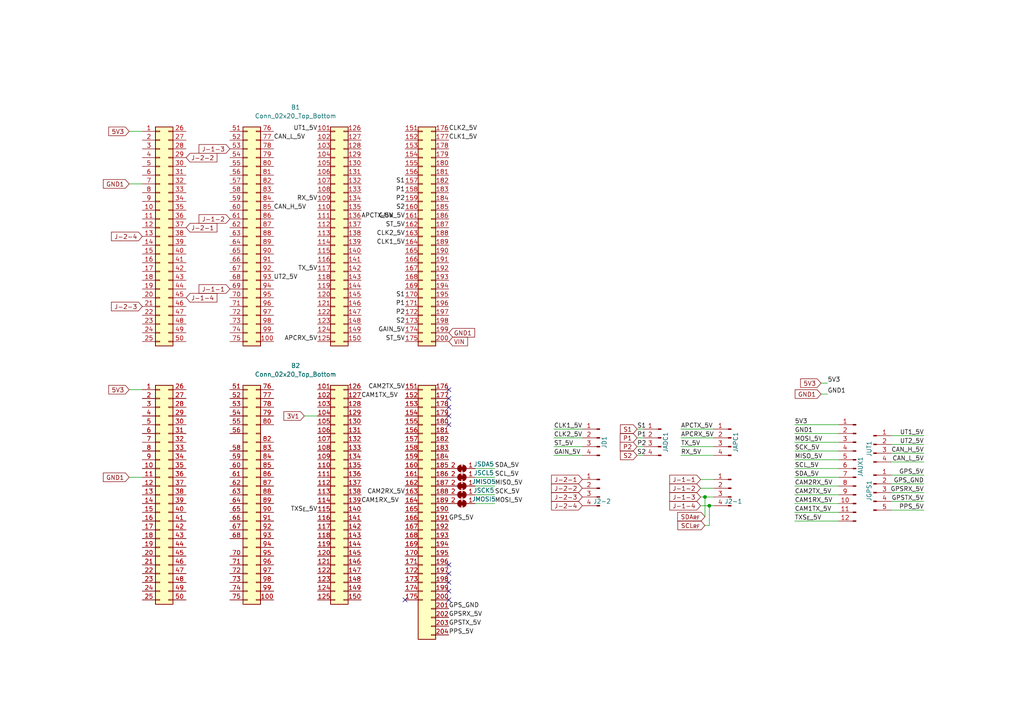
<source format=kicad_sch>
(kicad_sch (version 20230121) (generator eeschema)
  (paper "A4")
  (lib_symbols
    (symbol "Conn_02x20_Top_Bottom_1" (pin_names (offset 1.016) hide)
      (property "Reference" "B2" (at 39.37 29.845 0))
      (property "Value" "Conn_02x20_Top_Bottom" (at 39.37 27.305 0))
      (symbol "Conn_02x20_Top_Bottom_1_1_1"
        (pin passive line (at -5.08 22.86 0) (length 3.81) (name "Pin_1") (number "1"))
        (pin passive line (at -5.08 0 0) (length 3.81) (name "Pin_10") (number "10"))
        (pin passive line (at 33.02 -38.1 180) (length 3.81) (name "Pin_100") (number "100"))
        (pin passive line (at 45.72 22.86 0) (length 3.81) (name "Pin_101") (number "101"))
        (pin passive line (at 45.72 20.32 0) (length 3.81) (name "Pin_102") (number "102"))
        (pin passive line (at 45.72 17.78 0) (length 3.81) (name "Pin_103") (number "103"))
        (pin passive line (at 45.72 15.24 0) (length 3.81) (name "Pin_104") (number "104"))
        (pin passive line (at 45.72 12.7 0) (length 3.81) (name "Pin_105") (number "105"))
        (pin passive line (at 45.72 10.16 0) (length 3.81) (name "Pin_106") (number "106"))
        (pin passive line (at 45.72 7.62 0) (length 3.81) (name "Pin_107") (number "107"))
        (pin passive line (at 45.72 5.08 0) (length 3.81) (name "Pin_108") (number "108"))
        (pin passive line (at 45.72 2.54 0) (length 3.81) (name "Pin_109") (number "109"))
        (pin passive line (at -5.08 -2.54 0) (length 3.81) (name "Pin_11") (number "11"))
        (pin passive line (at 45.72 0 0) (length 3.81) (name "Pin_110") (number "110"))
        (pin passive line (at 45.72 -2.54 0) (length 3.81) (name "Pin_111") (number "111"))
        (pin passive line (at 45.72 -5.08 0) (length 3.81) (name "Pin_112") (number "112"))
        (pin passive line (at 45.72 -7.62 0) (length 3.81) (name "Pin_113") (number "113"))
        (pin passive line (at 45.72 -10.16 0) (length 3.81) (name "Pin_114") (number "114"))
        (pin passive line (at 45.72 -12.7 0) (length 3.81) (name "Pin_115") (number "115"))
        (pin passive line (at 45.72 -15.24 0) (length 3.81) (name "Pin_116") (number "116"))
        (pin passive line (at 45.72 -17.78 0) (length 3.81) (name "Pin_117") (number "117"))
        (pin passive line (at 45.72 -20.32 0) (length 3.81) (name "Pin_118") (number "118"))
        (pin passive line (at 45.72 -22.86 0) (length 3.81) (name "Pin_119") (number "119"))
        (pin passive line (at -5.08 -5.08 0) (length 3.81) (name "Pin_12") (number "12"))
        (pin passive line (at 45.72 -25.4 0) (length 3.81) (name "Pin_120") (number "120"))
        (pin passive line (at 45.72 -27.94 0) (length 3.81) (name "Pin_121") (number "121"))
        (pin passive line (at 45.72 -30.48 0) (length 3.81) (name "Pin_122") (number "122"))
        (pin passive line (at 45.72 -33.02 0) (length 3.81) (name "Pin_123") (number "123"))
        (pin passive line (at 45.72 -35.56 0) (length 3.81) (name "Pin_124") (number "124"))
        (pin passive line (at 45.72 -38.1 0) (length 3.81) (name "Pin_125") (number "125"))
        (pin passive line (at 58.42 22.86 180) (length 3.81) (name "Pin_126") (number "126"))
        (pin passive line (at 58.42 20.32 180) (length 3.81) (name "Pin_127") (number "127"))
        (pin passive line (at 58.42 17.78 180) (length 3.81) (name "Pin_128") (number "128"))
        (pin passive line (at 58.42 15.24 180) (length 3.81) (name "Pin_129") (number "129"))
        (pin passive line (at -5.08 -7.62 0) (length 3.81) (name "Pin_13") (number "13"))
        (pin passive line (at 58.42 12.7 180) (length 3.81) (name "Pin_130") (number "130"))
        (pin passive line (at 58.42 10.16 180) (length 3.81) (name "Pin_131") (number "131"))
        (pin passive line (at 58.42 7.62 180) (length 3.81) (name "Pin_132") (number "132"))
        (pin passive line (at 58.42 5.08 180) (length 3.81) (name "Pin_133") (number "133"))
        (pin passive line (at 58.42 2.54 180) (length 3.81) (name "Pin_134") (number "134"))
        (pin passive line (at 58.42 0 180) (length 3.81) (name "Pin_135") (number "135"))
        (pin passive line (at 58.42 -2.54 180) (length 3.81) (name "Pin_136") (number "136"))
        (pin passive line (at 58.42 -5.08 180) (length 3.81) (name "Pin_137") (number "137"))
        (pin passive line (at 58.42 -7.62 180) (length 3.81) (name "Pin_138") (number "138"))
        (pin passive line (at 58.42 -10.16 180) (length 3.81) (name "Pin_139") (number "139"))
        (pin passive line (at -5.08 -10.16 0) (length 3.81) (name "Pin_14") (number "14"))
        (pin passive line (at 58.42 -12.7 180) (length 3.81) (name "Pin_140") (number "140"))
        (pin passive line (at 58.42 -15.24 180) (length 3.81) (name "Pin_141") (number "141"))
        (pin passive line (at 58.42 -17.78 180) (length 3.81) (name "Pin_142") (number "142"))
        (pin passive line (at 58.42 -20.32 180) (length 3.81) (name "Pin_143") (number "143"))
        (pin passive line (at 58.42 -22.86 180) (length 3.81) (name "Pin_144") (number "144"))
        (pin passive line (at 58.42 -25.4 180) (length 3.81) (name "Pin_145") (number "145"))
        (pin passive line (at 58.42 -27.94 180) (length 3.81) (name "Pin_146") (number "146"))
        (pin passive line (at 58.42 -30.48 180) (length 3.81) (name "Pin_147") (number "147"))
        (pin passive line (at 58.42 -33.02 180) (length 3.81) (name "Pin_148") (number "148"))
        (pin passive line (at 58.42 -35.56 180) (length 3.81) (name "Pin_149") (number "149"))
        (pin passive line (at -5.08 -12.7 0) (length 3.81) (name "Pin_15") (number "15"))
        (pin passive line (at 58.42 -38.1 180) (length 3.81) (name "Pin_150") (number "150"))
        (pin passive line (at 71.12 22.86 0) (length 3.81) (name "Pin_151") (number "151"))
        (pin passive line (at 71.12 20.32 0) (length 3.81) (name "Pin_152") (number "152"))
        (pin passive line (at 71.12 17.78 0) (length 3.81) (name "Pin_153") (number "153"))
        (pin passive line (at 71.12 15.24 0) (length 3.81) (name "Pin_154") (number "154"))
        (pin passive line (at 71.12 12.7 0) (length 3.81) (name "Pin_155") (number "155"))
        (pin passive line (at 71.12 10.16 0) (length 3.81) (name "Pin_156") (number "156"))
        (pin passive line (at 71.12 7.62 0) (length 3.81) (name "Pin_157") (number "157"))
        (pin passive line (at 71.12 5.08 0) (length 3.81) (name "Pin_158") (number "158"))
        (pin passive line (at 71.12 2.54 0) (length 3.81) (name "Pin_159") (number "159"))
        (pin passive line (at -5.08 -15.24 0) (length 3.81) (name "Pin_16") (number "16"))
        (pin passive line (at 71.12 0 0) (length 3.81) (name "Pin_160") (number "160"))
        (pin passive line (at 71.12 -2.54 0) (length 3.81) (name "Pin_161") (number "161"))
        (pin passive line (at 71.12 -5.08 0) (length 3.81) (name "Pin_162") (number "162"))
        (pin passive line (at 71.12 -7.62 0) (length 3.81) (name "Pin_163") (number "163"))
        (pin passive line (at 71.12 -10.16 0) (length 3.81) (name "Pin_164") (number "164"))
        (pin passive line (at 71.12 -12.7 0) (length 3.81) (name "Pin_165") (number "165"))
        (pin passive line (at 71.12 -15.24 0) (length 3.81) (name "Pin_166") (number "166"))
        (pin passive line (at 71.12 -17.78 0) (length 3.81) (name "Pin_167") (number "167"))
        (pin passive line (at 71.12 -20.32 0) (length 3.81) (name "Pin_168") (number "168"))
        (pin passive line (at 71.12 -22.86 0) (length 3.81) (name "Pin_169") (number "169"))
        (pin passive line (at -5.08 -17.78 0) (length 3.81) (name "Pin_17") (number "17"))
        (pin passive line (at 71.12 -25.4 0) (length 3.81) (name "Pin_170") (number "170"))
        (pin passive line (at 71.12 -27.94 0) (length 3.81) (name "Pin_171") (number "171"))
        (pin passive line (at 71.12 -30.48 0) (length 3.81) (name "Pin_172") (number "172"))
        (pin passive line (at 71.12 -33.02 0) (length 3.81) (name "Pin_173") (number "173"))
        (pin passive line (at 71.12 -35.56 0) (length 3.81) (name "Pin_174") (number "174"))
        (pin passive line (at 71.12 -38.1 0) (length 3.81) (name "Pin_175") (number "175"))
        (pin passive line (at 83.82 22.86 180) (length 3.81) (name "Pin_176") (number "176"))
        (pin passive line (at 83.82 20.32 180) (length 3.81) (name "Pin_177") (number "177"))
        (pin passive line (at 83.82 17.78 180) (length 3.81) (name "Pin_178") (number "178"))
        (pin passive line (at 83.82 15.24 180) (length 3.81) (name "Pin_179") (number "179"))
        (pin passive line (at -5.08 -20.32 0) (length 3.81) (name "Pin_18") (number "18"))
        (pin passive line (at 83.82 12.7 180) (length 3.81) (name "Pin_180") (number "180"))
        (pin passive line (at 83.82 10.16 180) (length 3.81) (name "Pin_181") (number "181"))
        (pin passive line (at 83.82 7.62 180) (length 3.81) (name "Pin_182") (number "182"))
        (pin passive line (at 83.82 5.08 180) (length 3.81) (name "Pin_183") (number "183"))
        (pin passive line (at 83.82 2.54 180) (length 3.81) (name "Pin_184") (number "184"))
        (pin passive line (at 83.82 0 180) (length 3.81) (name "Pin_185") (number "185"))
        (pin passive line (at 83.82 -2.54 180) (length 3.81) (name "Pin_186") (number "186"))
        (pin passive line (at 83.82 -5.08 180) (length 3.81) (name "Pin_187") (number "187"))
        (pin passive line (at 83.82 -7.62 180) (length 3.81) (name "Pin_188") (number "188"))
        (pin passive line (at 83.82 -10.16 180) (length 3.81) (name "Pin_189") (number "189"))
        (pin passive line (at -5.08 -22.86 0) (length 3.81) (name "Pin_19") (number "19"))
        (pin passive line (at 83.82 -12.7 180) (length 3.81) (name "Pin_190") (number "190"))
        (pin passive line (at 83.82 -15.24 180) (length 3.81) (name "Pin_191") (number "191"))
        (pin passive line (at 83.82 -17.78 180) (length 3.81) (name "Pin_192") (number "192"))
        (pin passive line (at 83.82 -20.32 180) (length 3.81) (name "Pin_193") (number "193"))
        (pin passive line (at 83.82 -22.86 180) (length 3.81) (name "Pin_194") (number "194"))
        (pin passive line (at 83.82 -25.4 180) (length 3.81) (name "Pin_195") (number "195"))
        (pin passive line (at 83.82 -27.94 180) (length 3.81) (name "Pin_196") (number "196"))
        (pin passive line (at 83.82 -30.48 180) (length 3.81) (name "Pin_197") (number "197"))
        (pin passive line (at 83.82 -33.02 180) (length 3.81) (name "Pin_198") (number "198"))
        (pin passive line (at 83.82 -35.56 180) (length 3.81) (name "Pin_199") (number "199"))
        (pin passive line (at -5.08 20.32 0) (length 3.81) (name "Pin_2") (number "2"))
        (pin passive line (at -5.08 -25.4 0) (length 3.81) (name "Pin_20") (number "20"))
        (pin passive line (at 83.82 -38.1 180) (length 3.81) (name "Pin_200") (number "200"))
        (pin passive line (at 83.82 -40.64 180) (length 3.81) (name "Pin_201") (number "201"))
        (pin passive line (at 83.82 -43.18 180) (length 3.81) (name "Pin_202") (number "202"))
        (pin passive line (at 83.82 -45.72 180) (length 3.81) (name "Pin_203") (number "203"))
        (pin passive line (at 83.82 -48.26 180) (length 3.81) (name "Pin_204") (number "204"))
        (pin passive line (at -5.08 -27.94 0) (length 3.81) (name "Pin_21") (number "21"))
        (pin passive line (at -5.08 -30.48 0) (length 3.81) (name "Pin_22") (number "22"))
        (pin passive line (at -5.08 -33.02 0) (length 3.81) (name "Pin_23") (number "23"))
        (pin passive line (at -5.08 -35.56 0) (length 3.81) (name "Pin_24") (number "24"))
        (pin passive line (at -5.08 -38.1 0) (length 3.81) (name "Pin_25") (number "25"))
        (pin passive line (at 7.62 22.86 180) (length 3.81) (name "Pin_26") (number "26"))
        (pin passive line (at 7.62 20.32 180) (length 3.81) (name "Pin_27") (number "27"))
        (pin passive line (at 7.62 17.78 180) (length 3.81) (name "Pin_28") (number "28"))
        (pin passive line (at 7.62 15.24 180) (length 3.81) (name "Pin_29") (number "29"))
        (pin passive line (at -5.08 17.78 0) (length 3.81) (name "Pin_3") (number "3"))
        (pin passive line (at 7.62 12.7 180) (length 3.81) (name "Pin_30") (number "30"))
        (pin passive line (at 7.62 10.16 180) (length 3.81) (name "Pin_31") (number "31"))
        (pin passive line (at 7.62 7.62 180) (length 3.81) (name "Pin_32") (number "32"))
        (pin passive line (at 7.62 5.08 180) (length 3.81) (name "Pin_33") (number "33"))
        (pin passive line (at 7.62 2.54 180) (length 3.81) (name "Pin_34") (number "34"))
        (pin passive line (at 7.62 0 180) (length 3.81) (name "Pin_35") (number "35"))
        (pin passive line (at 7.62 -2.54 180) (length 3.81) (name "Pin_36") (number "36"))
        (pin passive line (at 7.62 -5.08 180) (length 3.81) (name "Pin_37") (number "37"))
        (pin passive line (at 7.62 -7.62 180) (length 3.81) (name "Pin_38") (number "38"))
        (pin passive line (at 7.62 -10.16 180) (length 3.81) (name "Pin_39") (number "39"))
        (pin passive line (at -5.08 15.24 0) (length 3.81) (name "Pin_4") (number "4"))
        (pin passive line (at 7.62 -12.7 180) (length 3.81) (name "Pin_40") (number "40"))
        (pin passive line (at 7.62 -15.24 180) (length 3.81) (name "Pin_41") (number "41"))
        (pin passive line (at 7.62 -17.78 180) (length 3.81) (name "Pin_42") (number "42"))
        (pin passive line (at 7.62 -20.32 180) (length 3.81) (name "Pin_43") (number "43"))
        (pin passive line (at 7.62 -22.86 180) (length 3.81) (name "Pin_44") (number "44"))
        (pin passive line (at 7.62 -25.4 180) (length 3.81) (name "Pin_45") (number "45"))
        (pin passive line (at 7.62 -27.94 180) (length 3.81) (name "Pin_46") (number "46"))
        (pin passive line (at 7.62 -30.48 180) (length 3.81) (name "Pin_47") (number "47"))
        (pin passive line (at 7.62 -33.02 180) (length 3.81) (name "Pin_48") (number "48"))
        (pin passive line (at 7.62 -35.56 180) (length 3.81) (name "Pin_49") (number "49"))
        (pin passive line (at -5.08 12.7 0) (length 3.81) (name "Pin_5") (number "5"))
        (pin passive line (at 7.62 -38.1 180) (length 3.81) (name "Pin_50") (number "50"))
        (pin passive line (at 20.32 22.86 0) (length 3.81) (name "Pin_51") (number "51"))
        (pin passive line (at 20.32 20.32 0) (length 3.81) (name "Pin_52") (number "52"))
        (pin passive line (at 20.32 17.78 0) (length 3.81) (name "Pin_53") (number "53"))
        (pin passive line (at 20.32 15.24 0) (length 3.81) (name "Pin_54") (number "54"))
        (pin passive line (at 20.32 12.7 0) (length 3.81) (name "Pin_55") (number "55"))
        (pin passive line (at 20.32 10.16 0) (length 3.81) (name "Pin_56") (number "56"))
        (pin passive line (at 20.32 5.08 0) (length 3.81) (name "Pin_58") (number "58"))
        (pin passive line (at 20.32 2.54 0) (length 3.81) (name "Pin_59") (number "59"))
        (pin passive line (at -5.08 10.16 0) (length 3.81) (name "Pin_6") (number "6"))
        (pin passive line (at 20.32 0 0) (length 3.81) (name "Pin_60") (number "60"))
        (pin passive line (at 20.32 -2.54 0) (length 3.81) (name "Pin_61") (number "61"))
        (pin passive line (at 20.32 -5.08 0) (length 3.81) (name "Pin_62") (number "62"))
        (pin passive line (at 20.32 -7.62 0) (length 3.81) (name "Pin_63") (number "63"))
        (pin passive line (at 20.32 -10.16 0) (length 3.81) (name "Pin_64") (number "64"))
        (pin passive line (at 20.32 -12.7 0) (length 3.81) (name "Pin_65") (number "65"))
        (pin passive line (at 20.32 -15.24 0) (length 3.81) (name "Pin_66") (number "66"))
        (pin passive line (at 20.32 -17.78 0) (length 3.81) (name "Pin_67") (number "67"))
        (pin passive line (at 20.32 -20.32 0) (length 3.81) (name "Pin_68") (number "68"))
        (pin passive line (at -5.08 7.62 0) (length 3.81) (name "Pin_7") (number "7"))
        (pin passive line (at 20.32 -25.4 0) (length 3.81) (name "Pin_70") (number "70"))
        (pin passive line (at 20.32 -27.94 0) (length 3.81) (name "Pin_71") (number "71"))
        (pin passive line (at 20.32 -30.48 0) (length 3.81) (name "Pin_72") (number "72"))
        (pin passive line (at 20.32 -33.02 0) (length 3.81) (name "Pin_73") (number "73"))
        (pin passive line (at 20.32 -35.56 0) (length 3.81) (name "Pin_74") (number "74"))
        (pin passive line (at 20.32 -38.1 0) (length 3.81) (name "Pin_75") (number "75"))
        (pin passive line (at 33.02 22.86 180) (length 3.81) (name "Pin_76") (number "76"))
        (pin passive line (at 33.02 20.32 180) (length 3.81) (name "Pin_77") (number "77"))
        (pin passive line (at 33.02 17.78 180) (length 3.81) (name "Pin_78") (number "78"))
        (pin passive line (at 33.02 15.24 180) (length 3.81) (name "Pin_79") (number "79"))
        (pin passive line (at -5.08 5.08 0) (length 3.81) (name "Pin_8") (number "8"))
        (pin passive line (at 33.02 12.7 180) (length 3.81) (name "Pin_80") (number "80"))
        (pin passive line (at 33.02 7.62 180) (length 3.81) (name "Pin_82") (number "82"))
        (pin passive line (at 33.02 5.08 180) (length 3.81) (name "Pin_83") (number "83"))
        (pin passive line (at 33.02 2.54 180) (length 3.81) (name "Pin_84") (number "84"))
        (pin passive line (at 33.02 0 180) (length 3.81) (name "Pin_85") (number "85"))
        (pin passive line (at 33.02 -2.54 180) (length 3.81) (name "Pin_86") (number "86"))
        (pin passive line (at 33.02 -5.08 180) (length 3.81) (name "Pin_87") (number "87"))
        (pin passive line (at 33.02 -7.62 180) (length 3.81) (name "Pin_88") (number "88"))
        (pin passive line (at 33.02 -10.16 180) (length 3.81) (name "Pin_89") (number "89"))
        (pin passive line (at -5.08 2.54 0) (length 3.81) (name "Pin_9") (number "9"))
        (pin passive line (at 33.02 -12.7 180) (length 3.81) (name "Pin_90") (number "90"))
        (pin passive line (at 33.02 -15.24 180) (length 3.81) (name "Pin_91") (number "91"))
        (pin passive line (at 33.02 -17.78 180) (length 3.81) (name "Pin_92") (number "92"))
        (pin passive line (at 33.02 -20.32 180) (length 3.81) (name "Pin_93") (number "93"))
        (pin passive line (at 33.02 -22.86 180) (length 3.81) (name "Pin_94") (number "94"))
        (pin passive line (at 33.02 -25.4 180) (length 3.81) (name "Pin_95") (number "95"))
        (pin passive line (at 33.02 -27.94 180) (length 3.81) (name "Pin_96") (number "96"))
        (pin passive line (at 33.02 -30.48 180) (length 3.81) (name "Pin_97") (number "97"))
        (pin passive line (at 33.02 -33.02 180) (length 3.81) (name "Pin_98") (number "98"))
        (pin passive line (at 33.02 -35.56 180) (length 3.81) (name "Pin_99") (number "99"))
      )
    )
    (symbol "Connector:Conn_01x04_Male" (pin_names (offset 1.016) hide)
      (property "Reference" "J" (at 0 5.08 0))
      (property "Value" "Conn_01x04_Male" (at 0 -7.62 0))
      (symbol "Conn_01x04_Male_1_1"
        (pin passive line (at 5.08 2.54 180) (length 3.81) (name "Pin_1") (number "1"))
        (pin passive line (at 5.08 0 180) (length 3.81) (name "Pin_2") (number "2"))
        (pin passive line (at 5.08 -2.54 180) (length 3.81) (name "Pin_3") (number "3"))
        (pin passive line (at 5.08 -5.08 180) (length 3.81) (name "Pin_4") (number "4"))
      )
    )
    (symbol "Connector:Conn_01x05_Male" (pin_names (offset 1.016) hide)
      (property "Reference" "J" (at 0 7.62 0))
      (property "Value" "Conn_01x05_Male" (at 0 -7.62 0))
      (symbol "Conn_01x05_Male_1_1"
        (pin passive line (at 5.08 5.08 180) (length 3.81) (name "Pin_1") (number "1"))
        (pin passive line (at 5.08 2.54 180) (length 3.81) (name "Pin_2") (number "2"))
        (pin passive line (at 5.08 0 180) (length 3.81) (name "Pin_3") (number "3"))
        (pin passive line (at 5.08 -2.54 180) (length 3.81) (name "Pin_4") (number "4"))
        (pin passive line (at 5.08 -5.08 180) (length 3.81) (name "Pin_5") (number "5"))
      )
    )
    (symbol "Connector:Conn_01x12_Male" (pin_names (offset 1.016) hide)
      (property "Reference" "J" (at 0 15.24 0))
      (property "Value" "Conn_01x12_Male" (at 0 -17.78 0))
      (symbol "Conn_01x12_Male_1_1"
        (pin passive line (at 5.08 12.7 180) (length 3.81) (name "Pin_1") (number "1"))
        (pin passive line (at 5.08 -10.16 180) (length 3.81) (name "Pin_10") (number "10"))
        (pin passive line (at 5.08 -12.7 180) (length 3.81) (name "Pin_11") (number "11"))
        (pin passive line (at 5.08 -15.24 180) (length 3.81) (name "Pin_12") (number "12"))
        (pin passive line (at 5.08 10.16 180) (length 3.81) (name "Pin_2") (number "2"))
        (pin passive line (at 5.08 7.62 180) (length 3.81) (name "Pin_3") (number "3"))
        (pin passive line (at 5.08 5.08 180) (length 3.81) (name "Pin_4") (number "4"))
        (pin passive line (at 5.08 2.54 180) (length 3.81) (name "Pin_5") (number "5"))
        (pin passive line (at 5.08 0 180) (length 3.81) (name "Pin_6") (number "6"))
        (pin passive line (at 5.08 -2.54 180) (length 3.81) (name "Pin_7") (number "7"))
        (pin passive line (at 5.08 -5.08 180) (length 3.81) (name "Pin_8") (number "8"))
        (pin passive line (at 5.08 -7.62 180) (length 3.81) (name "Pin_9") (number "9"))
      )
    )
    (symbol "Connector_Generic:Conn_02x20_Top_Bottom" (pin_names (offset 1.016) hide)
      (property "Reference" "J?" (at 1.27 29.845 0))
      (property "Value" "Conn_02x20_Top_Bottom" (at 1.27 27.305 0))
      (symbol "Conn_02x20_Top_Bottom_1_1"
        (pin passive line (at -5.08 22.86 0) (length 3.81) (name "Pin_1") (number "1"))
        (pin passive line (at -5.08 0 0) (length 3.81) (name "Pin_10") (number "10"))
        (pin passive line (at 33.02 -38.1 180) (length 3.81) (name "Pin_100") (number "100"))
        (pin passive line (at 45.72 22.86 0) (length 3.81) (name "Pin_101") (number "101"))
        (pin passive line (at 45.72 20.32 0) (length 3.81) (name "Pin_102") (number "102"))
        (pin passive line (at 45.72 17.78 0) (length 3.81) (name "Pin_103") (number "103"))
        (pin passive line (at 45.72 15.24 0) (length 3.81) (name "Pin_104") (number "104"))
        (pin passive line (at 45.72 12.7 0) (length 3.81) (name "Pin_105") (number "105"))
        (pin passive line (at 45.72 10.16 0) (length 3.81) (name "Pin_106") (number "106"))
        (pin passive line (at 45.72 7.62 0) (length 3.81) (name "Pin_107") (number "107"))
        (pin passive line (at 45.72 5.08 0) (length 3.81) (name "Pin_108") (number "108"))
        (pin passive line (at 45.72 2.54 0) (length 3.81) (name "Pin_109") (number "109"))
        (pin passive line (at -5.08 -2.54 0) (length 3.81) (name "Pin_11") (number "11"))
        (pin passive line (at 45.72 0 0) (length 3.81) (name "Pin_110") (number "110"))
        (pin passive line (at 45.72 -2.54 0) (length 3.81) (name "Pin_111") (number "111"))
        (pin passive line (at 45.72 -5.08 0) (length 3.81) (name "Pin_112") (number "112"))
        (pin passive line (at 45.72 -7.62 0) (length 3.81) (name "Pin_113") (number "113"))
        (pin passive line (at 45.72 -10.16 0) (length 3.81) (name "Pin_114") (number "114"))
        (pin passive line (at 45.72 -12.7 0) (length 3.81) (name "Pin_115") (number "115"))
        (pin passive line (at 45.72 -15.24 0) (length 3.81) (name "Pin_116") (number "116"))
        (pin passive line (at 45.72 -17.78 0) (length 3.81) (name "Pin_117") (number "117"))
        (pin passive line (at 45.72 -20.32 0) (length 3.81) (name "Pin_118") (number "118"))
        (pin passive line (at 45.72 -22.86 0) (length 3.81) (name "Pin_119") (number "119"))
        (pin passive line (at -5.08 -5.08 0) (length 3.81) (name "Pin_12") (number "12"))
        (pin passive line (at 45.72 -25.4 0) (length 3.81) (name "Pin_120") (number "120"))
        (pin passive line (at 45.72 -27.94 0) (length 3.81) (name "Pin_121") (number "121"))
        (pin passive line (at 45.72 -30.48 0) (length 3.81) (name "Pin_122") (number "122"))
        (pin passive line (at 45.72 -33.02 0) (length 3.81) (name "Pin_123") (number "123"))
        (pin passive line (at 45.72 -35.56 0) (length 3.81) (name "Pin_124") (number "124"))
        (pin passive line (at 45.72 -38.1 0) (length 3.81) (name "Pin_125") (number "125"))
        (pin passive line (at 58.42 22.86 180) (length 3.81) (name "Pin_126") (number "126"))
        (pin passive line (at 58.42 20.32 180) (length 3.81) (name "Pin_127") (number "127"))
        (pin passive line (at 58.42 17.78 180) (length 3.81) (name "Pin_128") (number "128"))
        (pin passive line (at 58.42 15.24 180) (length 3.81) (name "Pin_129") (number "129"))
        (pin passive line (at -5.08 -7.62 0) (length 3.81) (name "Pin_13") (number "13"))
        (pin passive line (at 58.42 12.7 180) (length 3.81) (name "Pin_130") (number "130"))
        (pin passive line (at 58.42 10.16 180) (length 3.81) (name "Pin_131") (number "131"))
        (pin passive line (at 58.42 7.62 180) (length 3.81) (name "Pin_132") (number "132"))
        (pin passive line (at 58.42 5.08 180) (length 3.81) (name "Pin_133") (number "133"))
        (pin passive line (at 58.42 2.54 180) (length 3.81) (name "Pin_134") (number "134"))
        (pin passive line (at 58.42 0 180) (length 3.81) (name "Pin_135") (number "135"))
        (pin passive line (at 58.42 -2.54 180) (length 3.81) (name "Pin_136") (number "136"))
        (pin passive line (at 58.42 -5.08 180) (length 3.81) (name "Pin_137") (number "137"))
        (pin passive line (at 58.42 -7.62 180) (length 3.81) (name "Pin_138") (number "138"))
        (pin passive line (at 58.42 -10.16 180) (length 3.81) (name "Pin_139") (number "139"))
        (pin passive line (at -5.08 -10.16 0) (length 3.81) (name "Pin_14") (number "14"))
        (pin passive line (at 58.42 -12.7 180) (length 3.81) (name "Pin_140") (number "140"))
        (pin passive line (at 58.42 -15.24 180) (length 3.81) (name "Pin_141") (number "141"))
        (pin passive line (at 58.42 -17.78 180) (length 3.81) (name "Pin_142") (number "142"))
        (pin passive line (at 58.42 -20.32 180) (length 3.81) (name "Pin_143") (number "143"))
        (pin passive line (at 58.42 -22.86 180) (length 3.81) (name "Pin_144") (number "144"))
        (pin passive line (at 58.42 -25.4 180) (length 3.81) (name "Pin_145") (number "145"))
        (pin passive line (at 58.42 -27.94 180) (length 3.81) (name "Pin_146") (number "146"))
        (pin passive line (at 58.42 -30.48 180) (length 3.81) (name "Pin_147") (number "147"))
        (pin passive line (at 58.42 -33.02 180) (length 3.81) (name "Pin_148") (number "148"))
        (pin passive line (at 58.42 -35.56 180) (length 3.81) (name "Pin_149") (number "149"))
        (pin passive line (at -5.08 -12.7 0) (length 3.81) (name "Pin_15") (number "15"))
        (pin passive line (at 58.42 -38.1 180) (length 3.81) (name "Pin_150") (number "150"))
        (pin passive line (at 71.12 22.86 0) (length 3.81) (name "Pin_151") (number "151"))
        (pin passive line (at 71.12 20.32 0) (length 3.81) (name "Pin_152") (number "152"))
        (pin passive line (at 71.12 17.78 0) (length 3.81) (name "Pin_153") (number "153"))
        (pin passive line (at 71.12 15.24 0) (length 3.81) (name "Pin_154") (number "154"))
        (pin passive line (at 71.12 12.7 0) (length 3.81) (name "Pin_155") (number "155"))
        (pin passive line (at 71.12 10.16 0) (length 3.81) (name "Pin_156") (number "156"))
        (pin passive line (at 71.12 7.62 0) (length 3.81) (name "Pin_157") (number "157"))
        (pin passive line (at 71.12 5.08 0) (length 3.81) (name "Pin_158") (number "158"))
        (pin passive line (at 71.12 2.54 0) (length 3.81) (name "Pin_159") (number "159"))
        (pin passive line (at -5.08 -15.24 0) (length 3.81) (name "Pin_16") (number "16"))
        (pin passive line (at 71.12 0 0) (length 3.81) (name "Pin_160") (number "160"))
        (pin passive line (at 71.12 -2.54 0) (length 3.81) (name "Pin_161") (number "161"))
        (pin passive line (at 71.12 -5.08 0) (length 3.81) (name "Pin_162") (number "162"))
        (pin passive line (at 71.12 -7.62 0) (length 3.81) (name "Pin_163") (number "163"))
        (pin passive line (at 71.12 -10.16 0) (length 3.81) (name "Pin_164") (number "164"))
        (pin passive line (at 71.12 -12.7 0) (length 3.81) (name "Pin_165") (number "165"))
        (pin passive line (at 71.12 -15.24 0) (length 3.81) (name "Pin_166") (number "166"))
        (pin passive line (at 71.12 -17.78 0) (length 3.81) (name "Pin_167") (number "167"))
        (pin passive line (at 71.12 -20.32 0) (length 3.81) (name "Pin_168") (number "168"))
        (pin passive line (at 71.12 -22.86 0) (length 3.81) (name "Pin_169") (number "169"))
        (pin passive line (at -5.08 -17.78 0) (length 3.81) (name "Pin_17") (number "17"))
        (pin passive line (at 71.12 -25.4 0) (length 3.81) (name "Pin_170") (number "170"))
        (pin passive line (at 71.12 -27.94 0) (length 3.81) (name "Pin_171") (number "171"))
        (pin passive line (at 71.12 -30.48 0) (length 3.81) (name "Pin_172") (number "172"))
        (pin passive line (at 71.12 -33.02 0) (length 3.81) (name "Pin_173") (number "173"))
        (pin passive line (at 71.12 -35.56 0) (length 3.81) (name "Pin_174") (number "174"))
        (pin passive line (at 71.12 -38.1 0) (length 3.81) (name "Pin_175") (number "175"))
        (pin passive line (at 83.82 22.86 180) (length 3.81) (name "Pin_176") (number "176"))
        (pin passive line (at 83.82 20.32 180) (length 3.81) (name "Pin_177") (number "177"))
        (pin passive line (at 83.82 17.78 180) (length 3.81) (name "Pin_178") (number "178"))
        (pin passive line (at 83.82 15.24 180) (length 3.81) (name "Pin_179") (number "179"))
        (pin passive line (at -5.08 -20.32 0) (length 3.81) (name "Pin_18") (number "18"))
        (pin passive line (at 83.82 12.7 180) (length 3.81) (name "Pin_180") (number "180"))
        (pin passive line (at 83.82 10.16 180) (length 3.81) (name "Pin_181") (number "181"))
        (pin passive line (at 83.82 7.62 180) (length 3.81) (name "Pin_182") (number "182"))
        (pin passive line (at 83.82 5.08 180) (length 3.81) (name "Pin_183") (number "183"))
        (pin passive line (at 83.82 2.54 180) (length 3.81) (name "Pin_184") (number "184"))
        (pin passive line (at 83.82 0 180) (length 3.81) (name "Pin_185") (number "185"))
        (pin passive line (at 83.82 -2.54 180) (length 3.81) (name "Pin_186") (number "186"))
        (pin passive line (at 83.82 -5.08 180) (length 3.81) (name "Pin_187") (number "187"))
        (pin passive line (at 83.82 -7.62 180) (length 3.81) (name "Pin_188") (number "188"))
        (pin passive line (at 83.82 -10.16 180) (length 3.81) (name "Pin_189") (number "189"))
        (pin passive line (at -5.08 -22.86 0) (length 3.81) (name "Pin_19") (number "19"))
        (pin passive line (at 83.82 -12.7 180) (length 3.81) (name "Pin_190") (number "190"))
        (pin passive line (at 83.82 -15.24 180) (length 3.81) (name "Pin_191") (number "191"))
        (pin passive line (at 83.82 -17.78 180) (length 3.81) (name "Pin_192") (number "192"))
        (pin passive line (at 83.82 -20.32 180) (length 3.81) (name "Pin_193") (number "193"))
        (pin passive line (at 83.82 -22.86 180) (length 3.81) (name "Pin_194") (number "194"))
        (pin passive line (at 83.82 -25.4 180) (length 3.81) (name "Pin_195") (number "195"))
        (pin passive line (at 83.82 -27.94 180) (length 3.81) (name "Pin_196") (number "196"))
        (pin passive line (at 83.82 -30.48 180) (length 3.81) (name "Pin_197") (number "197"))
        (pin passive line (at 83.82 -33.02 180) (length 3.81) (name "Pin_198") (number "198"))
        (pin passive line (at 83.82 -35.56 180) (length 3.81) (name "Pin_199") (number "199"))
        (pin passive line (at -5.08 20.32 0) (length 3.81) (name "Pin_2") (number "2"))
        (pin passive line (at -5.08 -25.4 0) (length 3.81) (name "Pin_20") (number "20"))
        (pin passive line (at 83.82 -38.1 180) (length 3.81) (name "Pin_200") (number "200"))
        (pin passive line (at -5.08 -27.94 0) (length 3.81) (name "Pin_21") (number "21"))
        (pin passive line (at -5.08 -30.48 0) (length 3.81) (name "Pin_22") (number "22"))
        (pin passive line (at -5.08 -33.02 0) (length 3.81) (name "Pin_23") (number "23"))
        (pin passive line (at -5.08 -35.56 0) (length 3.81) (name "Pin_24") (number "24"))
        (pin passive line (at -5.08 -38.1 0) (length 3.81) (name "Pin_25") (number "25"))
        (pin passive line (at 7.62 22.86 180) (length 3.81) (name "Pin_26") (number "26"))
        (pin passive line (at 7.62 20.32 180) (length 3.81) (name "Pin_27") (number "27"))
        (pin passive line (at 7.62 17.78 180) (length 3.81) (name "Pin_28") (number "28"))
        (pin passive line (at 7.62 15.24 180) (length 3.81) (name "Pin_29") (number "29"))
        (pin passive line (at -5.08 17.78 0) (length 3.81) (name "Pin_3") (number "3"))
        (pin passive line (at 7.62 12.7 180) (length 3.81) (name "Pin_30") (number "30"))
        (pin passive line (at 7.62 10.16 180) (length 3.81) (name "Pin_31") (number "31"))
        (pin passive line (at 7.62 7.62 180) (length 3.81) (name "Pin_32") (number "32"))
        (pin passive line (at 7.62 5.08 180) (length 3.81) (name "Pin_33") (number "33"))
        (pin passive line (at 7.62 2.54 180) (length 3.81) (name "Pin_34") (number "34"))
        (pin passive line (at 7.62 0 180) (length 3.81) (name "Pin_35") (number "35"))
        (pin passive line (at 7.62 -2.54 180) (length 3.81) (name "Pin_36") (number "36"))
        (pin passive line (at 7.62 -5.08 180) (length 3.81) (name "Pin_37") (number "37"))
        (pin passive line (at 7.62 -7.62 180) (length 3.81) (name "Pin_38") (number "38"))
        (pin passive line (at 7.62 -10.16 180) (length 3.81) (name "Pin_39") (number "39"))
        (pin passive line (at -5.08 15.24 0) (length 3.81) (name "Pin_4") (number "4"))
        (pin passive line (at 7.62 -12.7 180) (length 3.81) (name "Pin_40") (number "40"))
        (pin passive line (at 7.62 -15.24 180) (length 3.81) (name "Pin_41") (number "41"))
        (pin passive line (at 7.62 -17.78 180) (length 3.81) (name "Pin_42") (number "42"))
        (pin passive line (at 7.62 -20.32 180) (length 3.81) (name "Pin_43") (number "43"))
        (pin passive line (at 7.62 -22.86 180) (length 3.81) (name "Pin_44") (number "44"))
        (pin passive line (at 7.62 -25.4 180) (length 3.81) (name "Pin_45") (number "45"))
        (pin passive line (at 7.62 -27.94 180) (length 3.81) (name "Pin_46") (number "46"))
        (pin passive line (at 7.62 -30.48 180) (length 3.81) (name "Pin_47") (number "47"))
        (pin passive line (at 7.62 -33.02 180) (length 3.81) (name "Pin_48") (number "48"))
        (pin passive line (at 7.62 -35.56 180) (length 3.81) (name "Pin_49") (number "49"))
        (pin passive line (at -5.08 12.7 0) (length 3.81) (name "Pin_5") (number "5"))
        (pin passive line (at 7.62 -38.1 180) (length 3.81) (name "Pin_50") (number "50"))
        (pin passive line (at 20.32 22.86 0) (length 3.81) (name "Pin_51") (number "51"))
        (pin passive line (at 20.32 20.32 0) (length 3.81) (name "Pin_52") (number "52"))
        (pin passive line (at 20.32 17.78 0) (length 3.81) (name "Pin_53") (number "53"))
        (pin passive line (at 20.32 15.24 0) (length 3.81) (name "Pin_54") (number "54"))
        (pin passive line (at 20.32 12.7 0) (length 3.81) (name "Pin_55") (number "55"))
        (pin passive line (at 20.32 10.16 0) (length 3.81) (name "Pin_56") (number "56"))
        (pin passive line (at 20.32 7.62 0) (length 3.81) (name "Pin_57") (number "57"))
        (pin passive line (at 20.32 5.08 0) (length 3.81) (name "Pin_58") (number "58"))
        (pin passive line (at 20.32 2.54 0) (length 3.81) (name "Pin_59") (number "59"))
        (pin passive line (at -5.08 10.16 0) (length 3.81) (name "Pin_6") (number "6"))
        (pin passive line (at 20.32 0 0) (length 3.81) (name "Pin_60") (number "60"))
        (pin passive line (at 20.32 -2.54 0) (length 3.81) (name "Pin_61") (number "61"))
        (pin passive line (at 20.32 -5.08 0) (length 3.81) (name "Pin_62") (number "62"))
        (pin passive line (at 20.32 -7.62 0) (length 3.81) (name "Pin_63") (number "63"))
        (pin passive line (at 20.32 -10.16 0) (length 3.81) (name "Pin_64") (number "64"))
        (pin passive line (at 20.32 -12.7 0) (length 3.81) (name "Pin_65") (number "65"))
        (pin passive line (at 20.32 -15.24 0) (length 3.81) (name "Pin_66") (number "66"))
        (pin passive line (at 20.32 -17.78 0) (length 3.81) (name "Pin_67") (number "67"))
        (pin passive line (at 20.32 -20.32 0) (length 3.81) (name "Pin_68") (number "68"))
        (pin passive line (at 20.32 -22.86 0) (length 3.81) (name "Pin_69") (number "69"))
        (pin passive line (at -5.08 7.62 0) (length 3.81) (name "Pin_7") (number "7"))
        (pin passive line (at 20.32 -25.4 0) (length 3.81) (name "Pin_70") (number "70"))
        (pin passive line (at 20.32 -27.94 0) (length 3.81) (name "Pin_71") (number "71"))
        (pin passive line (at 20.32 -30.48 0) (length 3.81) (name "Pin_72") (number "72"))
        (pin passive line (at 20.32 -33.02 0) (length 3.81) (name "Pin_73") (number "73"))
        (pin passive line (at 20.32 -35.56 0) (length 3.81) (name "Pin_74") (number "74"))
        (pin passive line (at 20.32 -38.1 0) (length 3.81) (name "Pin_75") (number "75"))
        (pin passive line (at 33.02 22.86 180) (length 3.81) (name "Pin_76") (number "76"))
        (pin passive line (at 33.02 20.32 180) (length 3.81) (name "Pin_77") (number "77"))
        (pin passive line (at 33.02 17.78 180) (length 3.81) (name "Pin_78") (number "78"))
        (pin passive line (at 33.02 15.24 180) (length 3.81) (name "Pin_79") (number "79"))
        (pin passive line (at -5.08 5.08 0) (length 3.81) (name "Pin_8") (number "8"))
        (pin passive line (at 33.02 12.7 180) (length 3.81) (name "Pin_80") (number "80"))
        (pin passive line (at 33.02 10.16 180) (length 3.81) (name "Pin_81") (number "81"))
        (pin passive line (at 33.02 7.62 180) (length 3.81) (name "Pin_82") (number "82"))
        (pin passive line (at 33.02 5.08 180) (length 3.81) (name "Pin_83") (number "83"))
        (pin passive line (at 33.02 2.54 180) (length 3.81) (name "Pin_84") (number "84"))
        (pin passive line (at 33.02 0 180) (length 3.81) (name "Pin_85") (number "85"))
        (pin passive line (at 33.02 -2.54 180) (length 3.81) (name "Pin_86") (number "86"))
        (pin passive line (at 33.02 -5.08 180) (length 3.81) (name "Pin_87") (number "87"))
        (pin passive line (at 33.02 -7.62 180) (length 3.81) (name "Pin_88") (number "88"))
        (pin passive line (at 33.02 -10.16 180) (length 3.81) (name "Pin_89") (number "89"))
        (pin passive line (at -5.08 2.54 0) (length 3.81) (name "Pin_9") (number "9"))
        (pin passive line (at 33.02 -12.7 180) (length 3.81) (name "Pin_90") (number "90"))
        (pin passive line (at 33.02 -15.24 180) (length 3.81) (name "Pin_91") (number "91"))
        (pin passive line (at 33.02 -17.78 180) (length 3.81) (name "Pin_92") (number "92"))
        (pin passive line (at 33.02 -20.32 180) (length 3.81) (name "Pin_93") (number "93"))
        (pin passive line (at 33.02 -22.86 180) (length 3.81) (name "Pin_94") (number "94"))
        (pin passive line (at 33.02 -25.4 180) (length 3.81) (name "Pin_95") (number "95"))
        (pin passive line (at 33.02 -27.94 180) (length 3.81) (name "Pin_96") (number "96"))
        (pin passive line (at 33.02 -30.48 180) (length 3.81) (name "Pin_97") (number "97"))
        (pin passive line (at 33.02 -33.02 180) (length 3.81) (name "Pin_98") (number "98"))
        (pin passive line (at 33.02 -35.56 180) (length 3.81) (name "Pin_99") (number "99"))
      )
    )
    (symbol "Jumper:SolderJumper_2_Bridged" (pin_names (offset 0) hide)
      (property "Reference" "JP" (at 0 2.032 0))
      (property "Value" "SolderJumper_2_Bridged" (at 0 -2.54 0))
      (symbol "SolderJumper_2_Bridged_1_1"
        (pin passive line (at -3.81 0 0) (length 2.54) (name "A") (number "1"))
        (pin passive line (at 3.81 0 180) (length 2.54) (name "B") (number "2"))
      )
    )
  )
  (junction (at 204.47 144.145))
  (junction (at 205.74 146.685))
  (no_connect (at 130.175 168.91))
  (no_connect (at 130.175 171.45))
  (no_connect (at 130.175 173.99))
  (no_connect (at 117.475 173.99))
  (no_connect (at 130.175 113.03))
  (no_connect (at 130.175 115.57))
  (no_connect (at 130.175 118.11))
  (no_connect (at 130.175 120.65))
  (no_connect (at 130.175 123.19))
  (no_connect (at 130.175 166.37))
  (no_connect (at 130.175 163.83))
  (wire (pts (xy 184.785 129.54) (xy 186.69 129.54)))
  (wire (pts (xy 267.97 145.415) (xy 258.445 145.415)))
  (wire (pts (xy 230.505 130.81) (xy 243.205 130.81)))
  (wire (pts (xy 160.655 132.08) (xy 168.91 132.08)))
  (wire (pts (xy 37.465 113.03) (xy 41.275 113.03)))
  (wire (pts (xy 230.505 143.51) (xy 243.205 143.51)))
  (wire (pts (xy 230.505 151.13) (xy 243.205 151.13)))
  (wire (pts (xy 267.97 126.365) (xy 258.445 126.365)))
  (wire (pts (xy 267.97 128.905) (xy 258.445 128.905)))
  (wire (pts (xy 143.51 140.97) (xy 137.795 140.97)))
  (wire (pts (xy 267.97 142.875) (xy 258.445 142.875)))
  (wire (pts (xy 204.47 152.4) (xy 205.74 152.4)))
  (wire (pts (xy 143.51 143.51) (xy 137.795 143.51)))
  (wire (pts (xy 37.465 138.43) (xy 41.275 138.43)))
  (wire (pts (xy 197.485 124.46) (xy 207.01 124.46)))
  (wire (pts (xy 197.485 127) (xy 207.01 127)))
  (wire (pts (xy 267.97 147.955) (xy 258.445 147.955)))
  (wire (pts (xy 37.465 53.34) (xy 41.275 53.34)))
  (wire (pts (xy 204.47 144.145) (xy 204.47 149.86)))
  (wire (pts (xy 143.51 135.89) (xy 137.795 135.89)))
  (wire (pts (xy 203.2 139.065) (xy 207.01 139.065)))
  (wire (pts (xy 267.97 133.985) (xy 258.445 133.985)))
  (wire (pts (xy 197.485 129.54) (xy 207.01 129.54)))
  (wire (pts (xy 267.97 131.445) (xy 258.445 131.445)))
  (wire (pts (xy 230.505 125.73) (xy 243.205 125.73)))
  (wire (pts (xy 137.795 146.05) (xy 143.51 146.05)))
  (wire (pts (xy 230.505 128.27) (xy 243.205 128.27)))
  (wire (pts (xy 267.97 137.795) (xy 258.445 137.795)))
  (wire (pts (xy 230.505 140.97) (xy 243.205 140.97)))
  (wire (pts (xy 230.505 123.19) (xy 243.205 123.19)))
  (wire (pts (xy 205.74 152.4) (xy 205.74 146.685)))
  (wire (pts (xy 88.265 120.65) (xy 92.075 120.65)))
  (wire (pts (xy 203.2 146.685) (xy 205.74 146.685)))
  (wire (pts (xy 230.505 148.59) (xy 243.205 148.59)))
  (wire (pts (xy 143.51 138.43) (xy 137.795 138.43)))
  (wire (pts (xy 230.505 135.89) (xy 243.205 135.89)))
  (wire (pts (xy 197.485 132.08) (xy 207.01 132.08)))
  (wire (pts (xy 230.505 138.43) (xy 243.205 138.43)))
  (wire (pts (xy 160.655 129.54) (xy 168.91 129.54)))
  (wire (pts (xy 238.125 114.3) (xy 240.03 114.3)))
  (wire (pts (xy 238.125 111.125) (xy 240.03 111.125)))
  (wire (pts (xy 230.505 133.35) (xy 243.205 133.35)))
  (wire (pts (xy 203.2 141.605) (xy 207.01 141.605)))
  (wire (pts (xy 204.47 144.145) (xy 207.01 144.145)))
  (wire (pts (xy 160.655 127) (xy 168.91 127)))
  (wire (pts (xy 267.97 140.335) (xy 258.445 140.335)))
  (wire (pts (xy 160.655 124.46) (xy 168.91 124.46)))
  (wire (pts (xy 184.785 127) (xy 186.69 127)))
  (wire (pts (xy 203.2 144.145) (xy 204.47 144.145)))
  (wire (pts (xy 184.785 124.46) (xy 186.69 124.46)))
  (wire (pts (xy 184.785 132.08) (xy 186.69 132.08)))
  (wire (pts (xy 205.74 146.685) (xy 207.01 146.685)))
  (wire (pts (xy 37.465 38.1) (xy 41.275 38.1)))
  (wire (pts (xy 230.505 146.05) (xy 243.205 146.05)))
  (label "5V3" (at 240.03 111.125 0))
  (label "GAIN_5V" (at 117.475 63.5 180))
  (label "GAIN_5V" (at 160.655 132.08 0))
  (label "UT1_5V" (at 267.97 126.365 180))
  (label "P1" (at 117.475 55.88 180))
  (label "SCK_5V" (at 230.505 130.81 0))
  (label "TXS_{E}_5V" (at 230.505 151.13 0))
  (label "TX_5V" (at 92.075 78.74 180))
  (label "P1" (at 184.785 127 0))
  (label "S2" (at 184.785 132.08 0))
  (label "CAM1RX_5V" (at 230.505 146.05 0))
  (label "UT2_5V" (at 79.375 81.28 0))
  (label "MOSI_5V" (at 143.51 146.05 0))
  (label "GND1" (at 240.03 114.3 0))
  (label "MISO_5V" (at 230.505 133.35 0))
  (label "GPSTX_5V" (at 267.97 145.415 180))
  (label "CAM1TX_5V" (at 230.505 148.59 0))
  (label "CLK2_5V" (at 160.655 127 0))
  (label "APCRX_5V" (at 197.485 127 0))
  (label "CAM1TX_5V" (at 104.775 115.57 0))
  (label "MOSI_5V" (at 230.505 128.27 0))
  (label "GPS_5V" (at 267.97 137.795 180))
  (label "P2" (at 117.475 91.44 180))
  (label "UT1_5V" (at 92.075 38.1 180))
  (label "S2" (at 117.475 60.96 180))
  (label "MISO_5V" (at 143.51 140.97 0))
  (label "RX_5V" (at 197.485 132.08 0))
  (label "GPSRX_5V" (at 130.175 179.07 0))
  (label "PPS_5V" (at 130.175 184.15 0))
  (label "GND1" (at 230.505 125.73 0))
  (label "PPS_5V" (at 267.97 147.955 180))
  (label "SCL_5V" (at 230.505 135.89 0))
  (label "TXS_{E}_5V" (at 92.075 148.59 180))
  (label "SCK_5V" (at 143.51 143.51 0))
  (label "CAN_H_5V" (at 79.375 60.96 0))
  (label "SDA_5V" (at 230.505 138.43 0))
  (label "CAN_H_5V" (at 267.97 131.445 180))
  (label "5V3" (at 230.505 123.19 0))
  (label "CAM2RX_5V" (at 117.475 143.51 180))
  (label "S1" (at 184.785 124.46 0))
  (label "SCL_5V" (at 143.51 138.43 0))
  (label "CAM1RX_5V" (at 104.775 146.05 0))
  (label "P2" (at 117.475 58.42 180))
  (label "CAM2RX_5V" (at 230.505 140.97 0))
  (label "CAN_L_5V" (at 267.97 133.985 180))
  (label "UT2_5V" (at 267.97 128.905 180))
  (label "CLK2_5V" (at 130.175 38.1 0))
  (label "ST_5V" (at 117.475 66.04 180))
  (label "S2" (at 117.475 93.98 180))
  (label "CLK2_5V" (at 117.475 68.58 180))
  (label "CAM2TX_5V" (at 117.475 113.03 180))
  (label "ST_5V" (at 160.655 129.54 0))
  (label "CAM2TX_5V" (at 230.505 143.51 0))
  (label "TX_5V" (at 197.485 129.54 0))
  (label "CAN_L_5V" (at 79.375 40.64 0))
  (label "GAIN_5V" (at 117.475 96.52 180))
  (label "CLK1_5V" (at 117.475 71.12 180))
  (label "S1" (at 117.475 86.36 180))
  (label "CLK1_5V" (at 160.655 124.46 0))
  (label "GPSTX_5V" (at 130.175 181.61 0))
  (label "GPS_5V" (at 130.175 151.13 0))
  (label "S1" (at 117.475 53.34 180))
  (label "GPS_GND" (at 130.175 176.53 0))
  (label "GPS_GND" (at 267.97 140.335 180))
  (label "CLK1_5V" (at 130.175 40.64 0))
  (label "SDA_5V" (at 143.51 135.89 0))
  (label "ST_5V" (at 117.475 99.06 180))
  (label "RX_5V" (at 92.075 58.42 180))
  (label "P1" (at 117.475 88.9 180))
  (label "P2" (at 184.785 129.54 0))
  (label "APCTX_5V" (at 104.775 63.5 0))
  (label "APCTX_5V" (at 197.485 124.46 0))
  (label "APCRX_5V" (at 92.075 99.06 180))
  (label "GPSRX_5V" (at 267.97 142.875 180))
  (global_label "5V3" (shape input) (at 37.465 38.1 180) (property "Intersheetrefs" "${INTERSHEET_REFS}" (effects hide)))
  (global_label "J-2-1" (shape input) (at 168.91 139.065 180) (property "Intersheetrefs" "${INTERSHEET_REFS}" (effects hide)))
  (global_label "J-2-4" (shape input) (at 168.91 146.685 180) (property "Intersheetrefs" "${INTERSHEET_REFS}" (effects hide)))
  (global_label "J-1-4" (shape input) (at 53.975 86.36 0) (property "Intersheetrefs" "${INTERSHEET_REFS}" (effects hide)))
  (global_label "3V1" (shape input) (at 88.265 120.65 180) (property "Intersheetrefs" "${INTERSHEET_REFS}" (effects hide)))
  (global_label "J-1-1" (shape input) (at 66.675 83.82 180) (property "Intersheetrefs" "${INTERSHEET_REFS}" (effects hide)))
  (global_label "J-2-2" (shape input) (at 53.975 45.72 0) (property "Intersheetrefs" "${INTERSHEET_REFS}" (effects hide)))
  (global_label "J-1-2" (shape input) (at 203.2 141.605 180) (property "Intersheetrefs" "${INTERSHEET_REFS}" (effects hide)))
  (global_label "S1" (shape input) (at 184.785 124.46 180) (property "Intersheetrefs" "${INTERSHEET_REFS}" (effects hide)))
  (global_label "GND1" (shape input) (at 238.125 114.3 180) (property "Intersheetrefs" "${INTERSHEET_REFS}" (effects hide)))
  (global_label "J-1-2" (shape input) (at 66.675 63.5 180) (property "Intersheetrefs" "${INTERSHEET_REFS}" (effects hide)))
  (global_label "5V3" (shape input) (at 238.125 111.125 180) (property "Intersheetrefs" "${INTERSHEET_REFS}" (effects hide)))
  (global_label "J-1-1" (shape input) (at 203.2 139.065 180) (property "Intersheetrefs" "${INTERSHEET_REFS}" (effects hide)))
  (global_label "P1" (shape input) (at 184.785 127 180) (property "Intersheetrefs" "${INTERSHEET_REFS}" (effects hide)))
  (global_label "P2" (shape input) (at 184.785 129.54 180) (property "Intersheetrefs" "${INTERSHEET_REFS}" (effects hide)))
  (global_label "J-2-3" (shape input) (at 168.91 144.145 180) (property "Intersheetrefs" "${INTERSHEET_REFS}" (effects hide)))
  (global_label "J-2-1" (shape input) (at 53.975 66.04 0) (property "Intersheetrefs" "${INTERSHEET_REFS}" (effects hide)))
  (global_label "SDA_{RF}" (shape input) (at 204.47 149.86 180) (property "Intersheetrefs" "${INTERSHEET_REFS}" (effects hide)))
  (global_label "J-1-3" (shape input) (at 66.675 43.18 180) (property "Intersheetrefs" "${INTERSHEET_REFS}" (effects hide)))
  (global_label "GND1" (shape input) (at 130.175 96.52 0) (property "Intersheetrefs" "${INTERSHEET_REFS}" (effects hide)))
  (global_label "GND1" (shape input) (at 37.465 53.34 180) (property "Intersheetrefs" "${INTERSHEET_REFS}" (effects hide)))
  (global_label "J-1-4" (shape input) (at 203.2 146.685 180) (property "Intersheetrefs" "${INTERSHEET_REFS}" (effects hide)))
  (global_label "J-2-2" (shape input) (at 168.91 141.605 180) (property "Intersheetrefs" "${INTERSHEET_REFS}" (effects hide)))
  (global_label "J-1-3" (shape input) (at 203.2 144.145 180) (property "Intersheetrefs" "${INTERSHEET_REFS}" (effects hide)))
  (global_label "GND1" (shape input) (at 37.465 138.43 180) (property "Intersheetrefs" "${INTERSHEET_REFS}" (effects hide)))
  (global_label "J-2-3" (shape input) (at 41.275 88.9 180) (property "Intersheetrefs" "${INTERSHEET_REFS}" (effects hide)))
  (global_label "J-2-4" (shape input) (at 41.275 68.58 180) (property "Intersheetrefs" "${INTERSHEET_REFS}" (effects hide)))
  (global_label "SCL_{RF}" (shape input) (at 204.47 152.4 180) (property "Intersheetrefs" "${INTERSHEET_REFS}" (effects hide)))
  (global_label "VIN" (shape input) (at 130.175 99.06 0) (property "Intersheetrefs" "${INTERSHEET_REFS}" (effects hide)))
  (global_label "5V3" (shape input) (at 37.465 113.03 180) (property "Intersheetrefs" "${INTERSHEET_REFS}" (effects hide)))
  (global_label "S2" (shape input) (at 184.785 132.08 180) (property "Intersheetrefs" "${INTERSHEET_REFS}" (effects hide)))
  (symbol (lib_id "Connector:Conn_01x04_Male") (at 173.99 127 0) (mirror y) (unit 1)
    (property "Reference" "JD1" (at 175.26 128.27 90))
    (property "Value" "Conn_01x04_Male" (effects hide))
    (property "Footprint" "Connector_PinHeader_2.54mm:PinHeader_1x04_P2.54mm_Vertical" (effects hide))
    (property "Part Number" "PH1-04-UA" (effects hide))
  )
  (symbol (lib_id "Connector:Conn_01x04_Male") (at 253.365 128.905 0) (unit 1)
    (property "Reference" "JUT1" (at 252.095 130.175 90))
    (property "Value" "Conn_01x04_Male" (effects hide))
    (property "Footprint" "Connector_PinHeader_2.54mm:PinHeader_1x04_P2.54mm_Vertical" (effects hide))
    (property "Part Number" "PH1-04-UA" (effects hide))
  )
  (symbol (lib_id "Jumper:SolderJumper_2_Bridged") (at 133.985 143.51 0) (mirror y) (unit 1) (in_bom no)
    (property "Reference" "JSCK5" (at 140.335 142.24 0))
    (property "Value" "SolderJumper_2_Bridged" (effects hide))
    (property "Footprint" "Jumper:SolderJumper-2_P1.3mm_Bridged_RoundedPad1.0x1.5mm" (effects hide))
  )
  (symbol (lib_name "Conn_02x20_Top_Bottom_1") (lib_id "Connector_Generic:Conn_02x20_Top_Bottom") (at 46.355 135.89 0) (unit 1) (in_bom no)
    (property "Reference" "B2" (at 85.725 106.045 0))
    (property "Value" "Conn_02x20_Top_Bottom" (at 85.725 108.585 0))
    (property "Footprint" "Gardenuino Custom:PinHeader_CornerB2" (effects hide))
  )
  (symbol (lib_id "Connector_Generic:Conn_02x20_Top_Bottom") (at 46.355 60.96 0) (unit 1) (in_bom no)
    (property "Reference" "B1" (at 85.725 31.115 0))
    (property "Value" "Conn_02x20_Top_Bottom" (at 85.725 33.655 0))
    (property "Footprint" "Gardenuino Custom:PinHeader_CornerB1" (effects hide))
  )
  (symbol (lib_id "Connector:Conn_01x04_Male") (at 173.99 141.605 0) (mirror y) (unit 1)
    (property "Reference" "J2-2" (at 174.625 145.415 0))
    (property "Value" "Conn_01x04_Male" (effects hide))
    (property "Footprint" "Connector_PinHeader_2.54mm:PinHeader_1x04_P2.54mm_Vertical" (effects hide))
    (property "Part Number" "PH1-04-UA" (effects hide))
  )
  (symbol (lib_id "Connector:Conn_01x05_Male") (at 253.365 142.875 0) (unit 1)
    (property "Reference" "JGPS1" (at 252.095 145.415 90) (effects (justify left)))
    (property "Value" "GPS" (effects hide))
    (property "Footprint" "Connector_PinHeader_2.54mm:PinHeader_1x05_P2.54mm_Vertical" (effects hide))
    (property "Part Number" "PH1-05-UA" (effects hide))
  )
  (symbol (lib_id "Connector:Conn_01x04_Male") (at 212.09 127 0) (mirror y) (unit 1)
    (property "Reference" "JAPC1" (at 213.36 128.27 90))
    (property "Value" "Conn_01x04_Male" (effects hide))
    (property "Footprint" "Connector_PinHeader_2.54mm:PinHeader_1x04_P2.54mm_Vertical" (effects hide))
    (property "Part Number" "PH1-04-UA" (effects hide))
  )
  (symbol (lib_id "Jumper:SolderJumper_2_Bridged") (at 133.985 146.05 0) (mirror y) (unit 1) (in_bom no)
    (property "Reference" "JMOSI5" (at 140.335 144.78 0))
    (property "Value" "SolderJumper_2_Bridged" (effects hide))
    (property "Footprint" "Jumper:SolderJumper-2_P1.3mm_Bridged_RoundedPad1.0x1.5mm" (effects hide))
  )
  (symbol (lib_id "Connector:Conn_01x04_Male") (at 191.77 127 0) (mirror y) (unit 1)
    (property "Reference" "JADC1" (at 193.04 128.27 90))
    (property "Value" "Conn_01x04_Male" (effects hide))
    (property "Footprint" "Connector_PinHeader_2.54mm:PinHeader_1x04_P2.54mm_Vertical" (effects hide))
    (property "Part Number" "PH1-04-UA" (effects hide))
  )
  (symbol (lib_id "Jumper:SolderJumper_2_Bridged") (at 133.985 135.89 0) (mirror y) (unit 1) (in_bom no)
    (property "Reference" "JSDA5" (at 140.335 134.62 0))
    (property "Value" "SolderJumper_2_Bridged" (effects hide))
    (property "Footprint" "Jumper:SolderJumper-2_P1.3mm_Bridged_RoundedPad1.0x1.5mm" (effects hide))
  )
  (symbol (lib_id "Connector:Conn_01x04_Male") (at 212.09 141.605 0) (mirror y) (unit 1)
    (property "Reference" "J2-1" (at 212.725 145.415 0))
    (property "Value" "Conn_01x04_Male" (effects hide))
    (property "Footprint" "Connector_PinHeader_2.54mm:PinHeader_1x04_P2.54mm_Vertical" (effects hide))
    (property "Part Number" "PH1-04-UA" (effects hide))
  )
  (symbol (lib_id "Jumper:SolderJumper_2_Bridged") (at 133.985 138.43 0) (mirror y) (unit 1) (in_bom no)
    (property "Reference" "JSCL5" (at 140.335 137.16 0))
    (property "Value" "SolderJumper_2_Bridged" (effects hide))
    (property "Footprint" "Jumper:SolderJumper-2_P1.3mm_Bridged_RoundedPad1.0x1.5mm" (effects hide))
  )
  (symbol (lib_id "Connector:Conn_01x12_Male") (at 248.285 135.89 0) (mirror y) (unit 1)
    (property "Reference" "JAUX1" (at 249.555 138.43 90) (effects (justify left)))
    (property "Value" "AUX" (effects hide))
    (property "Footprint" "Connector_PinHeader_2.54mm:PinHeader_1x12_P2.54mm_Vertical" (effects hide))
    (property "Part Number" "PH1-12-UA" (effects hide))
  )
  (symbol (lib_id "Jumper:SolderJumper_2_Bridged") (at 133.985 140.97 0) (mirror y) (unit 1) (in_bom no)
    (property "Reference" "JMISO5" (at 140.335 139.7 0))
    (property "Value" "SolderJumper_2_Bridged" (effects hide))
    (property "Footprint" "Jumper:SolderJumper-2_P1.3mm_Bridged_RoundedPad1.0x1.5mm" (effects hide))
  )
)
</source>
